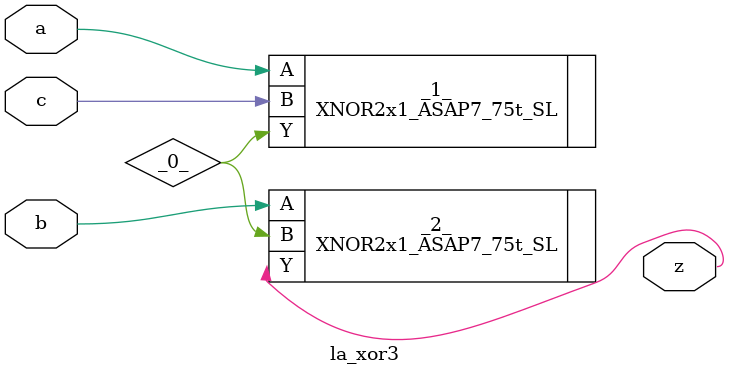
<source format=v>

/* Generated by Yosys 0.40 (git sha1 a1bb0255d, g++ 11.4.0-1ubuntu1~22.04 -fPIC -Os) */

module la_xor3(a, b, c, z);
  wire _0_;
  input a;
  wire a;
  input b;
  wire b;
  input c;
  wire c;
  output z;
  wire z;
  XNOR2x1_ASAP7_75t_SL _1_ (
    .A(a),
    .B(c),
    .Y(_0_)
  );
  XNOR2x1_ASAP7_75t_SL _2_ (
    .A(b),
    .B(_0_),
    .Y(z)
  );
endmodule

</source>
